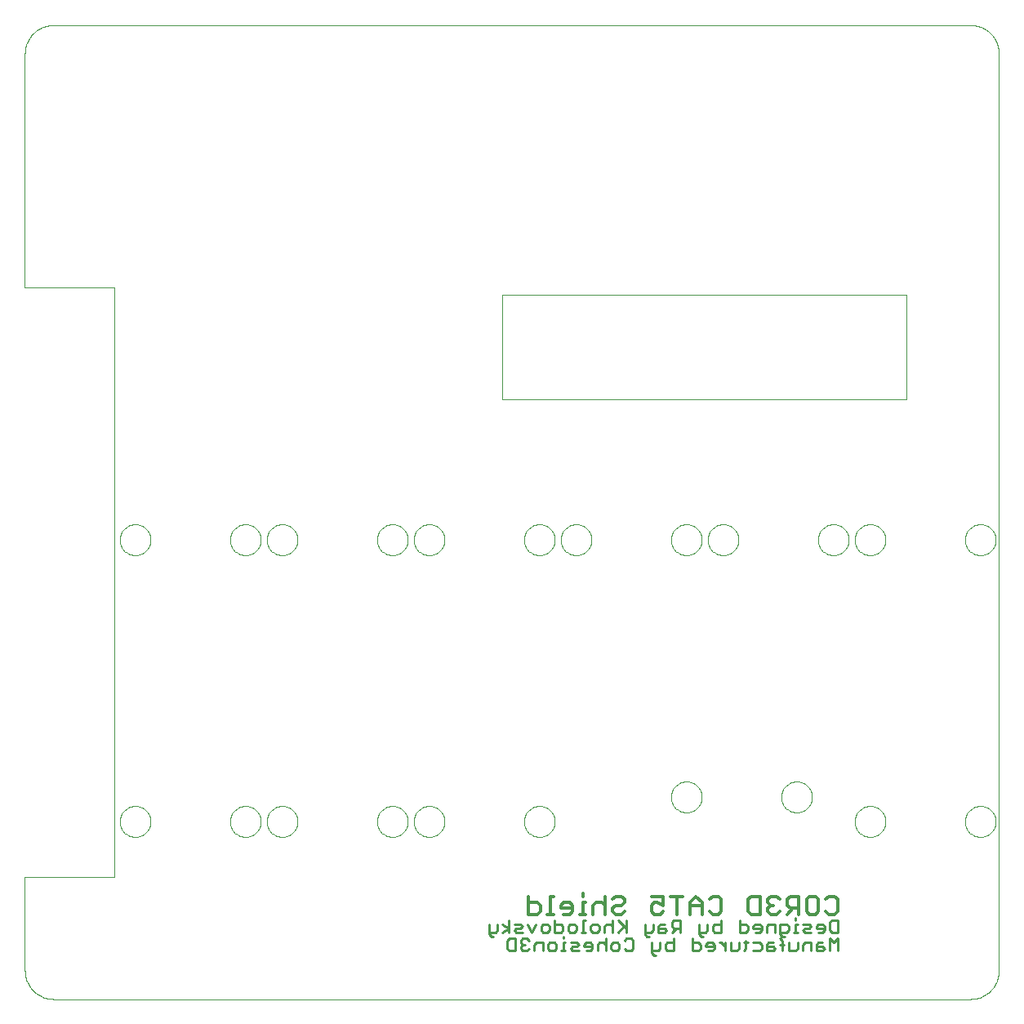
<source format=gbo>
G75*
G70*
%OFA0B0*%
%FSLAX24Y24*%
%IPPOS*%
%LPD*%
%AMOC8*
5,1,8,0,0,1.08239X$1,22.5*
%
%ADD10C,0.0040*%
%ADD11C,0.0090*%
%ADD12C,0.0130*%
%ADD13C,0.0000*%
D10*
X001331Y000169D02*
X038733Y000169D01*
X038799Y000171D01*
X038865Y000176D01*
X038931Y000186D01*
X038996Y000199D01*
X039060Y000215D01*
X039123Y000235D01*
X039185Y000259D01*
X039245Y000286D01*
X039304Y000316D01*
X039361Y000350D01*
X039416Y000387D01*
X039469Y000427D01*
X039520Y000469D01*
X039568Y000515D01*
X039614Y000563D01*
X039656Y000614D01*
X039696Y000667D01*
X039733Y000722D01*
X039767Y000779D01*
X039797Y000838D01*
X039824Y000898D01*
X039848Y000960D01*
X039868Y001023D01*
X039884Y001087D01*
X039897Y001152D01*
X039907Y001218D01*
X039912Y001284D01*
X039914Y001350D01*
X039914Y038751D01*
X039912Y038817D01*
X039907Y038883D01*
X039897Y038949D01*
X039884Y039014D01*
X039868Y039078D01*
X039848Y039141D01*
X039824Y039203D01*
X039797Y039263D01*
X039767Y039322D01*
X039733Y039379D01*
X039696Y039434D01*
X039656Y039487D01*
X039614Y039538D01*
X039568Y039586D01*
X039520Y039632D01*
X039469Y039674D01*
X039416Y039714D01*
X039361Y039751D01*
X039304Y039785D01*
X039245Y039815D01*
X039185Y039842D01*
X039123Y039866D01*
X039060Y039886D01*
X038996Y039902D01*
X038931Y039915D01*
X038865Y039925D01*
X038799Y039930D01*
X038733Y039932D01*
X038733Y039933D02*
X001331Y039933D01*
X001331Y039932D02*
X001265Y039930D01*
X001199Y039925D01*
X001133Y039915D01*
X001068Y039902D01*
X001004Y039886D01*
X000941Y039866D01*
X000879Y039842D01*
X000819Y039815D01*
X000760Y039785D01*
X000703Y039751D01*
X000648Y039714D01*
X000595Y039674D01*
X000544Y039632D01*
X000496Y039586D01*
X000450Y039538D01*
X000408Y039487D01*
X000368Y039434D01*
X000331Y039379D01*
X000297Y039322D01*
X000267Y039263D01*
X000240Y039203D01*
X000216Y039141D01*
X000196Y039078D01*
X000180Y039014D01*
X000167Y038949D01*
X000157Y038883D01*
X000152Y038817D01*
X000150Y038751D01*
X000150Y029205D01*
X003792Y029205D01*
X003792Y005147D01*
X000150Y005147D01*
X000150Y001350D01*
X000152Y001284D01*
X000157Y001218D01*
X000167Y001152D01*
X000180Y001087D01*
X000196Y001023D01*
X000216Y000960D01*
X000240Y000898D01*
X000267Y000838D01*
X000297Y000779D01*
X000331Y000722D01*
X000368Y000667D01*
X000408Y000614D01*
X000450Y000563D01*
X000496Y000515D01*
X000544Y000469D01*
X000595Y000427D01*
X000648Y000387D01*
X000703Y000350D01*
X000760Y000316D01*
X000819Y000286D01*
X000879Y000259D01*
X000941Y000235D01*
X001004Y000215D01*
X001068Y000199D01*
X001133Y000186D01*
X001199Y000176D01*
X001265Y000171D01*
X001331Y000169D01*
X019650Y024669D02*
X036150Y024669D01*
X036150Y028919D01*
X019650Y028919D01*
X019650Y024669D01*
D11*
X019906Y003400D02*
X019906Y002889D01*
X019906Y003060D02*
X019650Y003230D01*
X019445Y003230D02*
X019445Y002975D01*
X019360Y002889D01*
X019105Y002889D01*
X019105Y002804D02*
X019190Y002719D01*
X019275Y002719D01*
X019105Y002804D02*
X019105Y003230D01*
X019650Y002889D02*
X019906Y003060D01*
X020118Y002975D02*
X020203Y003060D01*
X020373Y003060D01*
X020458Y003145D01*
X020373Y003230D01*
X020118Y003230D01*
X020118Y002975D02*
X020203Y002889D01*
X020458Y002889D01*
X020479Y002650D02*
X020394Y002565D01*
X020394Y002480D01*
X020479Y002395D01*
X020394Y002310D01*
X020394Y002225D01*
X020479Y002139D01*
X020649Y002139D01*
X020734Y002225D01*
X020947Y002139D02*
X020947Y002395D01*
X021032Y002480D01*
X021287Y002480D01*
X021287Y002139D01*
X021499Y002225D02*
X021499Y002395D01*
X021584Y002480D01*
X021754Y002480D01*
X021839Y002395D01*
X021839Y002225D01*
X021754Y002139D01*
X021584Y002139D01*
X021499Y002225D01*
X022037Y002139D02*
X022208Y002139D01*
X022123Y002139D02*
X022123Y002480D01*
X022208Y002480D01*
X022123Y002650D02*
X022123Y002735D01*
X022030Y002889D02*
X022116Y002975D01*
X022116Y003145D01*
X022030Y003230D01*
X021775Y003230D01*
X021775Y003400D02*
X021775Y002889D01*
X022030Y002889D01*
X022328Y002975D02*
X022328Y003145D01*
X022413Y003230D01*
X022583Y003230D01*
X022668Y003145D01*
X022668Y002975D01*
X022583Y002889D01*
X022413Y002889D01*
X022328Y002975D01*
X022420Y002480D02*
X022675Y002480D01*
X022760Y002395D01*
X022675Y002310D01*
X022505Y002310D01*
X022420Y002225D01*
X022505Y002139D01*
X022760Y002139D01*
X022972Y002310D02*
X023313Y002310D01*
X023313Y002395D02*
X023227Y002480D01*
X023057Y002480D01*
X022972Y002395D01*
X022972Y002310D01*
X023057Y002139D02*
X023227Y002139D01*
X023313Y002225D01*
X023313Y002395D01*
X023525Y002395D02*
X023610Y002480D01*
X023780Y002480D01*
X023865Y002395D01*
X024077Y002395D02*
X024162Y002480D01*
X024332Y002480D01*
X024417Y002395D01*
X024417Y002225D01*
X024332Y002139D01*
X024162Y002139D01*
X024077Y002225D01*
X024077Y002395D01*
X023865Y002650D02*
X023865Y002139D01*
X023525Y002139D02*
X023525Y002395D01*
X023504Y002889D02*
X023334Y002889D01*
X023248Y002975D01*
X023248Y003145D01*
X023334Y003230D01*
X023504Y003230D01*
X023589Y003145D01*
X023589Y002975D01*
X023504Y002889D01*
X023801Y002889D02*
X023801Y003145D01*
X023886Y003230D01*
X024056Y003230D01*
X024141Y003145D01*
X024141Y003400D02*
X024141Y002889D01*
X024353Y002889D02*
X024609Y003145D01*
X024694Y003060D02*
X024353Y003400D01*
X024694Y003400D02*
X024694Y002889D01*
X024715Y002650D02*
X024885Y002650D01*
X024970Y002565D01*
X024970Y002225D01*
X024885Y002139D01*
X024715Y002139D01*
X024630Y002225D01*
X024630Y002565D02*
X024715Y002650D01*
X025458Y002804D02*
X025458Y003230D01*
X025458Y002889D02*
X025714Y002889D01*
X025799Y002975D01*
X025799Y003230D01*
X026011Y003145D02*
X026096Y003230D01*
X026266Y003230D01*
X026266Y003060D02*
X026011Y003060D01*
X026011Y003145D02*
X026011Y002889D01*
X026266Y002889D01*
X026351Y002975D01*
X026266Y003060D01*
X026563Y003145D02*
X026648Y003060D01*
X026904Y003060D01*
X026733Y003060D02*
X026563Y002889D01*
X026627Y002650D02*
X026627Y002139D01*
X026372Y002139D01*
X026287Y002225D01*
X026287Y002395D01*
X026372Y002480D01*
X026627Y002480D01*
X026904Y002889D02*
X026904Y003400D01*
X026648Y003400D01*
X026563Y003315D01*
X026563Y003145D01*
X026075Y002480D02*
X026075Y002225D01*
X025990Y002139D01*
X025735Y002139D01*
X025735Y002054D02*
X025820Y001969D01*
X025905Y001969D01*
X025735Y002054D02*
X025735Y002480D01*
X025629Y002719D02*
X025543Y002719D01*
X025458Y002804D01*
X027392Y002650D02*
X027392Y002139D01*
X027647Y002139D01*
X027732Y002225D01*
X027732Y002395D01*
X027647Y002480D01*
X027392Y002480D01*
X027668Y002804D02*
X027753Y002719D01*
X027838Y002719D01*
X027668Y002804D02*
X027668Y003230D01*
X028009Y003230D02*
X028009Y002975D01*
X027923Y002889D01*
X027668Y002889D01*
X028030Y002480D02*
X027944Y002395D01*
X027944Y002310D01*
X028285Y002310D01*
X028285Y002395D02*
X028200Y002480D01*
X028030Y002480D01*
X028285Y002395D02*
X028285Y002225D01*
X028200Y002139D01*
X028030Y002139D01*
X028490Y002480D02*
X028575Y002480D01*
X028745Y002310D01*
X028745Y002480D02*
X028745Y002139D01*
X028957Y002139D02*
X028957Y002480D01*
X028957Y002139D02*
X029213Y002139D01*
X029298Y002225D01*
X029298Y002480D01*
X029496Y002480D02*
X029666Y002480D01*
X029581Y002565D02*
X029581Y002225D01*
X029496Y002139D01*
X029878Y002139D02*
X030133Y002139D01*
X030218Y002225D01*
X030218Y002395D01*
X030133Y002480D01*
X029878Y002480D01*
X029963Y002889D02*
X030133Y002889D01*
X030218Y002975D01*
X030218Y003145D01*
X030133Y003230D01*
X029963Y003230D01*
X029878Y003145D01*
X029878Y003060D01*
X030218Y003060D01*
X030431Y003145D02*
X030516Y003230D01*
X030771Y003230D01*
X030771Y002889D01*
X030983Y002889D02*
X031238Y002889D01*
X031323Y002975D01*
X031323Y003145D01*
X031238Y003230D01*
X030983Y003230D01*
X030983Y002804D01*
X031068Y002719D01*
X031153Y002719D01*
X031054Y002565D02*
X030969Y002650D01*
X031054Y002565D02*
X031054Y002139D01*
X031139Y002395D02*
X030969Y002395D01*
X030771Y002225D02*
X030686Y002310D01*
X030431Y002310D01*
X030431Y002395D02*
X030431Y002139D01*
X030686Y002139D01*
X030771Y002225D01*
X030686Y002480D02*
X030516Y002480D01*
X030431Y002395D01*
X030431Y002889D02*
X030431Y003145D01*
X029666Y003145D02*
X029581Y003230D01*
X029326Y003230D01*
X029326Y003400D02*
X029326Y002889D01*
X029581Y002889D01*
X029666Y002975D01*
X029666Y003145D01*
X028561Y003230D02*
X028306Y003230D01*
X028221Y003145D01*
X028221Y002975D01*
X028306Y002889D01*
X028561Y002889D01*
X028561Y003400D01*
X031351Y002480D02*
X031351Y002139D01*
X031607Y002139D01*
X031692Y002225D01*
X031692Y002480D01*
X031904Y002395D02*
X031904Y002139D01*
X031904Y002395D02*
X031989Y002480D01*
X032244Y002480D01*
X032244Y002139D01*
X032456Y002139D02*
X032712Y002139D01*
X032797Y002225D01*
X032712Y002310D01*
X032456Y002310D01*
X032456Y002395D02*
X032456Y002139D01*
X032456Y002395D02*
X032541Y002480D01*
X032712Y002480D01*
X033009Y002650D02*
X033009Y002139D01*
X033349Y002139D02*
X033349Y002650D01*
X033179Y002480D01*
X033009Y002650D01*
X033094Y002889D02*
X033009Y002975D01*
X033009Y003315D01*
X033094Y003400D01*
X033349Y003400D01*
X033349Y002889D01*
X033094Y002889D01*
X032797Y002975D02*
X032797Y003145D01*
X032712Y003230D01*
X032541Y003230D01*
X032456Y003145D01*
X032456Y003060D01*
X032797Y003060D01*
X032797Y002975D02*
X032712Y002889D01*
X032541Y002889D01*
X032244Y002889D02*
X031989Y002889D01*
X031904Y002975D01*
X031989Y003060D01*
X032159Y003060D01*
X032244Y003145D01*
X032159Y003230D01*
X031904Y003230D01*
X031692Y003230D02*
X031607Y003230D01*
X031607Y002889D01*
X031692Y002889D02*
X031522Y002889D01*
X031607Y003400D02*
X031607Y003485D01*
X023036Y003400D02*
X022951Y003400D01*
X022951Y002889D01*
X023036Y002889D02*
X022866Y002889D01*
X021563Y002975D02*
X021478Y002889D01*
X021308Y002889D01*
X021223Y002975D01*
X021223Y003145D01*
X021308Y003230D01*
X021478Y003230D01*
X021563Y003145D01*
X021563Y002975D01*
X021011Y003230D02*
X020840Y002889D01*
X020670Y003230D01*
X020649Y002650D02*
X020479Y002650D01*
X020649Y002650D02*
X020734Y002565D01*
X020564Y002395D02*
X020479Y002395D01*
X020182Y002650D02*
X020182Y002139D01*
X019927Y002139D01*
X019842Y002225D01*
X019842Y002565D01*
X019927Y002650D01*
X020182Y002650D01*
D12*
X020706Y003634D02*
X021071Y003634D01*
X021193Y003756D01*
X021193Y003999D01*
X021071Y004121D01*
X020706Y004121D01*
X020706Y004364D02*
X020706Y003634D01*
X021477Y003634D02*
X021721Y003634D01*
X021599Y003634D02*
X021599Y004364D01*
X021721Y004364D01*
X022026Y003999D02*
X022026Y003877D01*
X022513Y003877D01*
X022513Y003756D02*
X022513Y003999D01*
X022391Y004121D01*
X022147Y004121D01*
X022026Y003999D01*
X022147Y003634D02*
X022391Y003634D01*
X022513Y003756D01*
X022797Y003634D02*
X023041Y003634D01*
X022919Y003634D02*
X022919Y004121D01*
X023041Y004121D01*
X022919Y004364D02*
X022919Y004486D01*
X023345Y003999D02*
X023345Y003634D01*
X023345Y003999D02*
X023467Y004121D01*
X023711Y004121D01*
X023832Y003999D01*
X024137Y003877D02*
X024137Y003756D01*
X024259Y003634D01*
X024503Y003634D01*
X024624Y003756D01*
X024503Y003999D02*
X024624Y004121D01*
X024624Y004243D01*
X024503Y004364D01*
X024259Y004364D01*
X024137Y004243D01*
X024259Y003999D02*
X024137Y003877D01*
X024259Y003999D02*
X024503Y003999D01*
X023832Y004364D02*
X023832Y003634D01*
X025721Y003756D02*
X025843Y003634D01*
X026086Y003634D01*
X026208Y003756D01*
X026208Y003999D02*
X025965Y004121D01*
X025843Y004121D01*
X025721Y003999D01*
X025721Y003756D01*
X025721Y004364D02*
X026208Y004364D01*
X026208Y003999D01*
X026513Y004364D02*
X027000Y004364D01*
X026756Y004364D02*
X026756Y003634D01*
X027305Y003634D02*
X027305Y004121D01*
X027548Y004364D01*
X027792Y004121D01*
X027792Y003634D01*
X028097Y003756D02*
X028218Y003634D01*
X028462Y003634D01*
X028584Y003756D01*
X028584Y004243D01*
X028462Y004364D01*
X028218Y004364D01*
X028097Y004243D01*
X027792Y003999D02*
X027305Y003999D01*
X029680Y003756D02*
X029680Y004243D01*
X029802Y004364D01*
X030167Y004364D01*
X030167Y003634D01*
X029802Y003634D01*
X029680Y003756D01*
X030472Y003756D02*
X030594Y003634D01*
X030838Y003634D01*
X030959Y003756D01*
X031264Y003634D02*
X031508Y003877D01*
X031386Y003877D02*
X031751Y003877D01*
X031751Y003634D02*
X031751Y004364D01*
X031386Y004364D01*
X031264Y004243D01*
X031264Y003999D01*
X031386Y003877D01*
X030959Y004243D02*
X030838Y004364D01*
X030594Y004364D01*
X030472Y004243D01*
X030472Y004121D01*
X030594Y003999D01*
X030472Y003877D01*
X030472Y003756D01*
X030594Y003999D02*
X030716Y003999D01*
X032056Y003756D02*
X032056Y004243D01*
X032178Y004364D01*
X032421Y004364D01*
X032543Y004243D01*
X032543Y003756D01*
X032421Y003634D01*
X032178Y003634D01*
X032056Y003756D01*
X032848Y003756D02*
X032970Y003634D01*
X033213Y003634D01*
X033335Y003756D01*
X033335Y004243D01*
X033213Y004364D01*
X032970Y004364D01*
X032848Y004243D01*
D13*
X034020Y007419D02*
X034022Y007469D01*
X034028Y007519D01*
X034038Y007568D01*
X034052Y007616D01*
X034069Y007663D01*
X034090Y007708D01*
X034115Y007752D01*
X034143Y007793D01*
X034175Y007832D01*
X034209Y007869D01*
X034246Y007903D01*
X034286Y007933D01*
X034328Y007960D01*
X034372Y007984D01*
X034418Y008005D01*
X034465Y008021D01*
X034513Y008034D01*
X034563Y008043D01*
X034612Y008048D01*
X034663Y008049D01*
X034713Y008046D01*
X034762Y008039D01*
X034811Y008028D01*
X034859Y008013D01*
X034905Y007995D01*
X034950Y007973D01*
X034993Y007947D01*
X035034Y007918D01*
X035073Y007886D01*
X035109Y007851D01*
X035141Y007813D01*
X035171Y007773D01*
X035198Y007730D01*
X035221Y007686D01*
X035240Y007640D01*
X035256Y007592D01*
X035268Y007543D01*
X035276Y007494D01*
X035280Y007444D01*
X035280Y007394D01*
X035276Y007344D01*
X035268Y007295D01*
X035256Y007246D01*
X035240Y007198D01*
X035221Y007152D01*
X035198Y007108D01*
X035171Y007065D01*
X035141Y007025D01*
X035109Y006987D01*
X035073Y006952D01*
X035034Y006920D01*
X034993Y006891D01*
X034950Y006865D01*
X034905Y006843D01*
X034859Y006825D01*
X034811Y006810D01*
X034762Y006799D01*
X034713Y006792D01*
X034663Y006789D01*
X034612Y006790D01*
X034563Y006795D01*
X034513Y006804D01*
X034465Y006817D01*
X034418Y006833D01*
X034372Y006854D01*
X034328Y006878D01*
X034286Y006905D01*
X034246Y006935D01*
X034209Y006969D01*
X034175Y007006D01*
X034143Y007045D01*
X034115Y007086D01*
X034090Y007130D01*
X034069Y007175D01*
X034052Y007222D01*
X034038Y007270D01*
X034028Y007319D01*
X034022Y007369D01*
X034020Y007419D01*
X031020Y008419D02*
X031022Y008469D01*
X031028Y008519D01*
X031038Y008568D01*
X031052Y008616D01*
X031069Y008663D01*
X031090Y008708D01*
X031115Y008752D01*
X031143Y008793D01*
X031175Y008832D01*
X031209Y008869D01*
X031246Y008903D01*
X031286Y008933D01*
X031328Y008960D01*
X031372Y008984D01*
X031418Y009005D01*
X031465Y009021D01*
X031513Y009034D01*
X031563Y009043D01*
X031612Y009048D01*
X031663Y009049D01*
X031713Y009046D01*
X031762Y009039D01*
X031811Y009028D01*
X031859Y009013D01*
X031905Y008995D01*
X031950Y008973D01*
X031993Y008947D01*
X032034Y008918D01*
X032073Y008886D01*
X032109Y008851D01*
X032141Y008813D01*
X032171Y008773D01*
X032198Y008730D01*
X032221Y008686D01*
X032240Y008640D01*
X032256Y008592D01*
X032268Y008543D01*
X032276Y008494D01*
X032280Y008444D01*
X032280Y008394D01*
X032276Y008344D01*
X032268Y008295D01*
X032256Y008246D01*
X032240Y008198D01*
X032221Y008152D01*
X032198Y008108D01*
X032171Y008065D01*
X032141Y008025D01*
X032109Y007987D01*
X032073Y007952D01*
X032034Y007920D01*
X031993Y007891D01*
X031950Y007865D01*
X031905Y007843D01*
X031859Y007825D01*
X031811Y007810D01*
X031762Y007799D01*
X031713Y007792D01*
X031663Y007789D01*
X031612Y007790D01*
X031563Y007795D01*
X031513Y007804D01*
X031465Y007817D01*
X031418Y007833D01*
X031372Y007854D01*
X031328Y007878D01*
X031286Y007905D01*
X031246Y007935D01*
X031209Y007969D01*
X031175Y008006D01*
X031143Y008045D01*
X031115Y008086D01*
X031090Y008130D01*
X031069Y008175D01*
X031052Y008222D01*
X031038Y008270D01*
X031028Y008319D01*
X031022Y008369D01*
X031020Y008419D01*
X026520Y008419D02*
X026522Y008469D01*
X026528Y008519D01*
X026538Y008568D01*
X026552Y008616D01*
X026569Y008663D01*
X026590Y008708D01*
X026615Y008752D01*
X026643Y008793D01*
X026675Y008832D01*
X026709Y008869D01*
X026746Y008903D01*
X026786Y008933D01*
X026828Y008960D01*
X026872Y008984D01*
X026918Y009005D01*
X026965Y009021D01*
X027013Y009034D01*
X027063Y009043D01*
X027112Y009048D01*
X027163Y009049D01*
X027213Y009046D01*
X027262Y009039D01*
X027311Y009028D01*
X027359Y009013D01*
X027405Y008995D01*
X027450Y008973D01*
X027493Y008947D01*
X027534Y008918D01*
X027573Y008886D01*
X027609Y008851D01*
X027641Y008813D01*
X027671Y008773D01*
X027698Y008730D01*
X027721Y008686D01*
X027740Y008640D01*
X027756Y008592D01*
X027768Y008543D01*
X027776Y008494D01*
X027780Y008444D01*
X027780Y008394D01*
X027776Y008344D01*
X027768Y008295D01*
X027756Y008246D01*
X027740Y008198D01*
X027721Y008152D01*
X027698Y008108D01*
X027671Y008065D01*
X027641Y008025D01*
X027609Y007987D01*
X027573Y007952D01*
X027534Y007920D01*
X027493Y007891D01*
X027450Y007865D01*
X027405Y007843D01*
X027359Y007825D01*
X027311Y007810D01*
X027262Y007799D01*
X027213Y007792D01*
X027163Y007789D01*
X027112Y007790D01*
X027063Y007795D01*
X027013Y007804D01*
X026965Y007817D01*
X026918Y007833D01*
X026872Y007854D01*
X026828Y007878D01*
X026786Y007905D01*
X026746Y007935D01*
X026709Y007969D01*
X026675Y008006D01*
X026643Y008045D01*
X026615Y008086D01*
X026590Y008130D01*
X026569Y008175D01*
X026552Y008222D01*
X026538Y008270D01*
X026528Y008319D01*
X026522Y008369D01*
X026520Y008419D01*
X020520Y007419D02*
X020522Y007469D01*
X020528Y007519D01*
X020538Y007568D01*
X020552Y007616D01*
X020569Y007663D01*
X020590Y007708D01*
X020615Y007752D01*
X020643Y007793D01*
X020675Y007832D01*
X020709Y007869D01*
X020746Y007903D01*
X020786Y007933D01*
X020828Y007960D01*
X020872Y007984D01*
X020918Y008005D01*
X020965Y008021D01*
X021013Y008034D01*
X021063Y008043D01*
X021112Y008048D01*
X021163Y008049D01*
X021213Y008046D01*
X021262Y008039D01*
X021311Y008028D01*
X021359Y008013D01*
X021405Y007995D01*
X021450Y007973D01*
X021493Y007947D01*
X021534Y007918D01*
X021573Y007886D01*
X021609Y007851D01*
X021641Y007813D01*
X021671Y007773D01*
X021698Y007730D01*
X021721Y007686D01*
X021740Y007640D01*
X021756Y007592D01*
X021768Y007543D01*
X021776Y007494D01*
X021780Y007444D01*
X021780Y007394D01*
X021776Y007344D01*
X021768Y007295D01*
X021756Y007246D01*
X021740Y007198D01*
X021721Y007152D01*
X021698Y007108D01*
X021671Y007065D01*
X021641Y007025D01*
X021609Y006987D01*
X021573Y006952D01*
X021534Y006920D01*
X021493Y006891D01*
X021450Y006865D01*
X021405Y006843D01*
X021359Y006825D01*
X021311Y006810D01*
X021262Y006799D01*
X021213Y006792D01*
X021163Y006789D01*
X021112Y006790D01*
X021063Y006795D01*
X021013Y006804D01*
X020965Y006817D01*
X020918Y006833D01*
X020872Y006854D01*
X020828Y006878D01*
X020786Y006905D01*
X020746Y006935D01*
X020709Y006969D01*
X020675Y007006D01*
X020643Y007045D01*
X020615Y007086D01*
X020590Y007130D01*
X020569Y007175D01*
X020552Y007222D01*
X020538Y007270D01*
X020528Y007319D01*
X020522Y007369D01*
X020520Y007419D01*
X016020Y007419D02*
X016022Y007469D01*
X016028Y007519D01*
X016038Y007568D01*
X016052Y007616D01*
X016069Y007663D01*
X016090Y007708D01*
X016115Y007752D01*
X016143Y007793D01*
X016175Y007832D01*
X016209Y007869D01*
X016246Y007903D01*
X016286Y007933D01*
X016328Y007960D01*
X016372Y007984D01*
X016418Y008005D01*
X016465Y008021D01*
X016513Y008034D01*
X016563Y008043D01*
X016612Y008048D01*
X016663Y008049D01*
X016713Y008046D01*
X016762Y008039D01*
X016811Y008028D01*
X016859Y008013D01*
X016905Y007995D01*
X016950Y007973D01*
X016993Y007947D01*
X017034Y007918D01*
X017073Y007886D01*
X017109Y007851D01*
X017141Y007813D01*
X017171Y007773D01*
X017198Y007730D01*
X017221Y007686D01*
X017240Y007640D01*
X017256Y007592D01*
X017268Y007543D01*
X017276Y007494D01*
X017280Y007444D01*
X017280Y007394D01*
X017276Y007344D01*
X017268Y007295D01*
X017256Y007246D01*
X017240Y007198D01*
X017221Y007152D01*
X017198Y007108D01*
X017171Y007065D01*
X017141Y007025D01*
X017109Y006987D01*
X017073Y006952D01*
X017034Y006920D01*
X016993Y006891D01*
X016950Y006865D01*
X016905Y006843D01*
X016859Y006825D01*
X016811Y006810D01*
X016762Y006799D01*
X016713Y006792D01*
X016663Y006789D01*
X016612Y006790D01*
X016563Y006795D01*
X016513Y006804D01*
X016465Y006817D01*
X016418Y006833D01*
X016372Y006854D01*
X016328Y006878D01*
X016286Y006905D01*
X016246Y006935D01*
X016209Y006969D01*
X016175Y007006D01*
X016143Y007045D01*
X016115Y007086D01*
X016090Y007130D01*
X016069Y007175D01*
X016052Y007222D01*
X016038Y007270D01*
X016028Y007319D01*
X016022Y007369D01*
X016020Y007419D01*
X014520Y007419D02*
X014522Y007469D01*
X014528Y007519D01*
X014538Y007568D01*
X014552Y007616D01*
X014569Y007663D01*
X014590Y007708D01*
X014615Y007752D01*
X014643Y007793D01*
X014675Y007832D01*
X014709Y007869D01*
X014746Y007903D01*
X014786Y007933D01*
X014828Y007960D01*
X014872Y007984D01*
X014918Y008005D01*
X014965Y008021D01*
X015013Y008034D01*
X015063Y008043D01*
X015112Y008048D01*
X015163Y008049D01*
X015213Y008046D01*
X015262Y008039D01*
X015311Y008028D01*
X015359Y008013D01*
X015405Y007995D01*
X015450Y007973D01*
X015493Y007947D01*
X015534Y007918D01*
X015573Y007886D01*
X015609Y007851D01*
X015641Y007813D01*
X015671Y007773D01*
X015698Y007730D01*
X015721Y007686D01*
X015740Y007640D01*
X015756Y007592D01*
X015768Y007543D01*
X015776Y007494D01*
X015780Y007444D01*
X015780Y007394D01*
X015776Y007344D01*
X015768Y007295D01*
X015756Y007246D01*
X015740Y007198D01*
X015721Y007152D01*
X015698Y007108D01*
X015671Y007065D01*
X015641Y007025D01*
X015609Y006987D01*
X015573Y006952D01*
X015534Y006920D01*
X015493Y006891D01*
X015450Y006865D01*
X015405Y006843D01*
X015359Y006825D01*
X015311Y006810D01*
X015262Y006799D01*
X015213Y006792D01*
X015163Y006789D01*
X015112Y006790D01*
X015063Y006795D01*
X015013Y006804D01*
X014965Y006817D01*
X014918Y006833D01*
X014872Y006854D01*
X014828Y006878D01*
X014786Y006905D01*
X014746Y006935D01*
X014709Y006969D01*
X014675Y007006D01*
X014643Y007045D01*
X014615Y007086D01*
X014590Y007130D01*
X014569Y007175D01*
X014552Y007222D01*
X014538Y007270D01*
X014528Y007319D01*
X014522Y007369D01*
X014520Y007419D01*
X010020Y007419D02*
X010022Y007469D01*
X010028Y007519D01*
X010038Y007568D01*
X010052Y007616D01*
X010069Y007663D01*
X010090Y007708D01*
X010115Y007752D01*
X010143Y007793D01*
X010175Y007832D01*
X010209Y007869D01*
X010246Y007903D01*
X010286Y007933D01*
X010328Y007960D01*
X010372Y007984D01*
X010418Y008005D01*
X010465Y008021D01*
X010513Y008034D01*
X010563Y008043D01*
X010612Y008048D01*
X010663Y008049D01*
X010713Y008046D01*
X010762Y008039D01*
X010811Y008028D01*
X010859Y008013D01*
X010905Y007995D01*
X010950Y007973D01*
X010993Y007947D01*
X011034Y007918D01*
X011073Y007886D01*
X011109Y007851D01*
X011141Y007813D01*
X011171Y007773D01*
X011198Y007730D01*
X011221Y007686D01*
X011240Y007640D01*
X011256Y007592D01*
X011268Y007543D01*
X011276Y007494D01*
X011280Y007444D01*
X011280Y007394D01*
X011276Y007344D01*
X011268Y007295D01*
X011256Y007246D01*
X011240Y007198D01*
X011221Y007152D01*
X011198Y007108D01*
X011171Y007065D01*
X011141Y007025D01*
X011109Y006987D01*
X011073Y006952D01*
X011034Y006920D01*
X010993Y006891D01*
X010950Y006865D01*
X010905Y006843D01*
X010859Y006825D01*
X010811Y006810D01*
X010762Y006799D01*
X010713Y006792D01*
X010663Y006789D01*
X010612Y006790D01*
X010563Y006795D01*
X010513Y006804D01*
X010465Y006817D01*
X010418Y006833D01*
X010372Y006854D01*
X010328Y006878D01*
X010286Y006905D01*
X010246Y006935D01*
X010209Y006969D01*
X010175Y007006D01*
X010143Y007045D01*
X010115Y007086D01*
X010090Y007130D01*
X010069Y007175D01*
X010052Y007222D01*
X010038Y007270D01*
X010028Y007319D01*
X010022Y007369D01*
X010020Y007419D01*
X008520Y007419D02*
X008522Y007469D01*
X008528Y007519D01*
X008538Y007568D01*
X008552Y007616D01*
X008569Y007663D01*
X008590Y007708D01*
X008615Y007752D01*
X008643Y007793D01*
X008675Y007832D01*
X008709Y007869D01*
X008746Y007903D01*
X008786Y007933D01*
X008828Y007960D01*
X008872Y007984D01*
X008918Y008005D01*
X008965Y008021D01*
X009013Y008034D01*
X009063Y008043D01*
X009112Y008048D01*
X009163Y008049D01*
X009213Y008046D01*
X009262Y008039D01*
X009311Y008028D01*
X009359Y008013D01*
X009405Y007995D01*
X009450Y007973D01*
X009493Y007947D01*
X009534Y007918D01*
X009573Y007886D01*
X009609Y007851D01*
X009641Y007813D01*
X009671Y007773D01*
X009698Y007730D01*
X009721Y007686D01*
X009740Y007640D01*
X009756Y007592D01*
X009768Y007543D01*
X009776Y007494D01*
X009780Y007444D01*
X009780Y007394D01*
X009776Y007344D01*
X009768Y007295D01*
X009756Y007246D01*
X009740Y007198D01*
X009721Y007152D01*
X009698Y007108D01*
X009671Y007065D01*
X009641Y007025D01*
X009609Y006987D01*
X009573Y006952D01*
X009534Y006920D01*
X009493Y006891D01*
X009450Y006865D01*
X009405Y006843D01*
X009359Y006825D01*
X009311Y006810D01*
X009262Y006799D01*
X009213Y006792D01*
X009163Y006789D01*
X009112Y006790D01*
X009063Y006795D01*
X009013Y006804D01*
X008965Y006817D01*
X008918Y006833D01*
X008872Y006854D01*
X008828Y006878D01*
X008786Y006905D01*
X008746Y006935D01*
X008709Y006969D01*
X008675Y007006D01*
X008643Y007045D01*
X008615Y007086D01*
X008590Y007130D01*
X008569Y007175D01*
X008552Y007222D01*
X008538Y007270D01*
X008528Y007319D01*
X008522Y007369D01*
X008520Y007419D01*
X004020Y007419D02*
X004022Y007469D01*
X004028Y007519D01*
X004038Y007568D01*
X004052Y007616D01*
X004069Y007663D01*
X004090Y007708D01*
X004115Y007752D01*
X004143Y007793D01*
X004175Y007832D01*
X004209Y007869D01*
X004246Y007903D01*
X004286Y007933D01*
X004328Y007960D01*
X004372Y007984D01*
X004418Y008005D01*
X004465Y008021D01*
X004513Y008034D01*
X004563Y008043D01*
X004612Y008048D01*
X004663Y008049D01*
X004713Y008046D01*
X004762Y008039D01*
X004811Y008028D01*
X004859Y008013D01*
X004905Y007995D01*
X004950Y007973D01*
X004993Y007947D01*
X005034Y007918D01*
X005073Y007886D01*
X005109Y007851D01*
X005141Y007813D01*
X005171Y007773D01*
X005198Y007730D01*
X005221Y007686D01*
X005240Y007640D01*
X005256Y007592D01*
X005268Y007543D01*
X005276Y007494D01*
X005280Y007444D01*
X005280Y007394D01*
X005276Y007344D01*
X005268Y007295D01*
X005256Y007246D01*
X005240Y007198D01*
X005221Y007152D01*
X005198Y007108D01*
X005171Y007065D01*
X005141Y007025D01*
X005109Y006987D01*
X005073Y006952D01*
X005034Y006920D01*
X004993Y006891D01*
X004950Y006865D01*
X004905Y006843D01*
X004859Y006825D01*
X004811Y006810D01*
X004762Y006799D01*
X004713Y006792D01*
X004663Y006789D01*
X004612Y006790D01*
X004563Y006795D01*
X004513Y006804D01*
X004465Y006817D01*
X004418Y006833D01*
X004372Y006854D01*
X004328Y006878D01*
X004286Y006905D01*
X004246Y006935D01*
X004209Y006969D01*
X004175Y007006D01*
X004143Y007045D01*
X004115Y007086D01*
X004090Y007130D01*
X004069Y007175D01*
X004052Y007222D01*
X004038Y007270D01*
X004028Y007319D01*
X004022Y007369D01*
X004020Y007419D01*
X004020Y018919D02*
X004022Y018969D01*
X004028Y019019D01*
X004038Y019068D01*
X004052Y019116D01*
X004069Y019163D01*
X004090Y019208D01*
X004115Y019252D01*
X004143Y019293D01*
X004175Y019332D01*
X004209Y019369D01*
X004246Y019403D01*
X004286Y019433D01*
X004328Y019460D01*
X004372Y019484D01*
X004418Y019505D01*
X004465Y019521D01*
X004513Y019534D01*
X004563Y019543D01*
X004612Y019548D01*
X004663Y019549D01*
X004713Y019546D01*
X004762Y019539D01*
X004811Y019528D01*
X004859Y019513D01*
X004905Y019495D01*
X004950Y019473D01*
X004993Y019447D01*
X005034Y019418D01*
X005073Y019386D01*
X005109Y019351D01*
X005141Y019313D01*
X005171Y019273D01*
X005198Y019230D01*
X005221Y019186D01*
X005240Y019140D01*
X005256Y019092D01*
X005268Y019043D01*
X005276Y018994D01*
X005280Y018944D01*
X005280Y018894D01*
X005276Y018844D01*
X005268Y018795D01*
X005256Y018746D01*
X005240Y018698D01*
X005221Y018652D01*
X005198Y018608D01*
X005171Y018565D01*
X005141Y018525D01*
X005109Y018487D01*
X005073Y018452D01*
X005034Y018420D01*
X004993Y018391D01*
X004950Y018365D01*
X004905Y018343D01*
X004859Y018325D01*
X004811Y018310D01*
X004762Y018299D01*
X004713Y018292D01*
X004663Y018289D01*
X004612Y018290D01*
X004563Y018295D01*
X004513Y018304D01*
X004465Y018317D01*
X004418Y018333D01*
X004372Y018354D01*
X004328Y018378D01*
X004286Y018405D01*
X004246Y018435D01*
X004209Y018469D01*
X004175Y018506D01*
X004143Y018545D01*
X004115Y018586D01*
X004090Y018630D01*
X004069Y018675D01*
X004052Y018722D01*
X004038Y018770D01*
X004028Y018819D01*
X004022Y018869D01*
X004020Y018919D01*
X008520Y018919D02*
X008522Y018969D01*
X008528Y019019D01*
X008538Y019068D01*
X008552Y019116D01*
X008569Y019163D01*
X008590Y019208D01*
X008615Y019252D01*
X008643Y019293D01*
X008675Y019332D01*
X008709Y019369D01*
X008746Y019403D01*
X008786Y019433D01*
X008828Y019460D01*
X008872Y019484D01*
X008918Y019505D01*
X008965Y019521D01*
X009013Y019534D01*
X009063Y019543D01*
X009112Y019548D01*
X009163Y019549D01*
X009213Y019546D01*
X009262Y019539D01*
X009311Y019528D01*
X009359Y019513D01*
X009405Y019495D01*
X009450Y019473D01*
X009493Y019447D01*
X009534Y019418D01*
X009573Y019386D01*
X009609Y019351D01*
X009641Y019313D01*
X009671Y019273D01*
X009698Y019230D01*
X009721Y019186D01*
X009740Y019140D01*
X009756Y019092D01*
X009768Y019043D01*
X009776Y018994D01*
X009780Y018944D01*
X009780Y018894D01*
X009776Y018844D01*
X009768Y018795D01*
X009756Y018746D01*
X009740Y018698D01*
X009721Y018652D01*
X009698Y018608D01*
X009671Y018565D01*
X009641Y018525D01*
X009609Y018487D01*
X009573Y018452D01*
X009534Y018420D01*
X009493Y018391D01*
X009450Y018365D01*
X009405Y018343D01*
X009359Y018325D01*
X009311Y018310D01*
X009262Y018299D01*
X009213Y018292D01*
X009163Y018289D01*
X009112Y018290D01*
X009063Y018295D01*
X009013Y018304D01*
X008965Y018317D01*
X008918Y018333D01*
X008872Y018354D01*
X008828Y018378D01*
X008786Y018405D01*
X008746Y018435D01*
X008709Y018469D01*
X008675Y018506D01*
X008643Y018545D01*
X008615Y018586D01*
X008590Y018630D01*
X008569Y018675D01*
X008552Y018722D01*
X008538Y018770D01*
X008528Y018819D01*
X008522Y018869D01*
X008520Y018919D01*
X010020Y018919D02*
X010022Y018969D01*
X010028Y019019D01*
X010038Y019068D01*
X010052Y019116D01*
X010069Y019163D01*
X010090Y019208D01*
X010115Y019252D01*
X010143Y019293D01*
X010175Y019332D01*
X010209Y019369D01*
X010246Y019403D01*
X010286Y019433D01*
X010328Y019460D01*
X010372Y019484D01*
X010418Y019505D01*
X010465Y019521D01*
X010513Y019534D01*
X010563Y019543D01*
X010612Y019548D01*
X010663Y019549D01*
X010713Y019546D01*
X010762Y019539D01*
X010811Y019528D01*
X010859Y019513D01*
X010905Y019495D01*
X010950Y019473D01*
X010993Y019447D01*
X011034Y019418D01*
X011073Y019386D01*
X011109Y019351D01*
X011141Y019313D01*
X011171Y019273D01*
X011198Y019230D01*
X011221Y019186D01*
X011240Y019140D01*
X011256Y019092D01*
X011268Y019043D01*
X011276Y018994D01*
X011280Y018944D01*
X011280Y018894D01*
X011276Y018844D01*
X011268Y018795D01*
X011256Y018746D01*
X011240Y018698D01*
X011221Y018652D01*
X011198Y018608D01*
X011171Y018565D01*
X011141Y018525D01*
X011109Y018487D01*
X011073Y018452D01*
X011034Y018420D01*
X010993Y018391D01*
X010950Y018365D01*
X010905Y018343D01*
X010859Y018325D01*
X010811Y018310D01*
X010762Y018299D01*
X010713Y018292D01*
X010663Y018289D01*
X010612Y018290D01*
X010563Y018295D01*
X010513Y018304D01*
X010465Y018317D01*
X010418Y018333D01*
X010372Y018354D01*
X010328Y018378D01*
X010286Y018405D01*
X010246Y018435D01*
X010209Y018469D01*
X010175Y018506D01*
X010143Y018545D01*
X010115Y018586D01*
X010090Y018630D01*
X010069Y018675D01*
X010052Y018722D01*
X010038Y018770D01*
X010028Y018819D01*
X010022Y018869D01*
X010020Y018919D01*
X014520Y018919D02*
X014522Y018969D01*
X014528Y019019D01*
X014538Y019068D01*
X014552Y019116D01*
X014569Y019163D01*
X014590Y019208D01*
X014615Y019252D01*
X014643Y019293D01*
X014675Y019332D01*
X014709Y019369D01*
X014746Y019403D01*
X014786Y019433D01*
X014828Y019460D01*
X014872Y019484D01*
X014918Y019505D01*
X014965Y019521D01*
X015013Y019534D01*
X015063Y019543D01*
X015112Y019548D01*
X015163Y019549D01*
X015213Y019546D01*
X015262Y019539D01*
X015311Y019528D01*
X015359Y019513D01*
X015405Y019495D01*
X015450Y019473D01*
X015493Y019447D01*
X015534Y019418D01*
X015573Y019386D01*
X015609Y019351D01*
X015641Y019313D01*
X015671Y019273D01*
X015698Y019230D01*
X015721Y019186D01*
X015740Y019140D01*
X015756Y019092D01*
X015768Y019043D01*
X015776Y018994D01*
X015780Y018944D01*
X015780Y018894D01*
X015776Y018844D01*
X015768Y018795D01*
X015756Y018746D01*
X015740Y018698D01*
X015721Y018652D01*
X015698Y018608D01*
X015671Y018565D01*
X015641Y018525D01*
X015609Y018487D01*
X015573Y018452D01*
X015534Y018420D01*
X015493Y018391D01*
X015450Y018365D01*
X015405Y018343D01*
X015359Y018325D01*
X015311Y018310D01*
X015262Y018299D01*
X015213Y018292D01*
X015163Y018289D01*
X015112Y018290D01*
X015063Y018295D01*
X015013Y018304D01*
X014965Y018317D01*
X014918Y018333D01*
X014872Y018354D01*
X014828Y018378D01*
X014786Y018405D01*
X014746Y018435D01*
X014709Y018469D01*
X014675Y018506D01*
X014643Y018545D01*
X014615Y018586D01*
X014590Y018630D01*
X014569Y018675D01*
X014552Y018722D01*
X014538Y018770D01*
X014528Y018819D01*
X014522Y018869D01*
X014520Y018919D01*
X016020Y018919D02*
X016022Y018969D01*
X016028Y019019D01*
X016038Y019068D01*
X016052Y019116D01*
X016069Y019163D01*
X016090Y019208D01*
X016115Y019252D01*
X016143Y019293D01*
X016175Y019332D01*
X016209Y019369D01*
X016246Y019403D01*
X016286Y019433D01*
X016328Y019460D01*
X016372Y019484D01*
X016418Y019505D01*
X016465Y019521D01*
X016513Y019534D01*
X016563Y019543D01*
X016612Y019548D01*
X016663Y019549D01*
X016713Y019546D01*
X016762Y019539D01*
X016811Y019528D01*
X016859Y019513D01*
X016905Y019495D01*
X016950Y019473D01*
X016993Y019447D01*
X017034Y019418D01*
X017073Y019386D01*
X017109Y019351D01*
X017141Y019313D01*
X017171Y019273D01*
X017198Y019230D01*
X017221Y019186D01*
X017240Y019140D01*
X017256Y019092D01*
X017268Y019043D01*
X017276Y018994D01*
X017280Y018944D01*
X017280Y018894D01*
X017276Y018844D01*
X017268Y018795D01*
X017256Y018746D01*
X017240Y018698D01*
X017221Y018652D01*
X017198Y018608D01*
X017171Y018565D01*
X017141Y018525D01*
X017109Y018487D01*
X017073Y018452D01*
X017034Y018420D01*
X016993Y018391D01*
X016950Y018365D01*
X016905Y018343D01*
X016859Y018325D01*
X016811Y018310D01*
X016762Y018299D01*
X016713Y018292D01*
X016663Y018289D01*
X016612Y018290D01*
X016563Y018295D01*
X016513Y018304D01*
X016465Y018317D01*
X016418Y018333D01*
X016372Y018354D01*
X016328Y018378D01*
X016286Y018405D01*
X016246Y018435D01*
X016209Y018469D01*
X016175Y018506D01*
X016143Y018545D01*
X016115Y018586D01*
X016090Y018630D01*
X016069Y018675D01*
X016052Y018722D01*
X016038Y018770D01*
X016028Y018819D01*
X016022Y018869D01*
X016020Y018919D01*
X020520Y018919D02*
X020522Y018969D01*
X020528Y019019D01*
X020538Y019068D01*
X020552Y019116D01*
X020569Y019163D01*
X020590Y019208D01*
X020615Y019252D01*
X020643Y019293D01*
X020675Y019332D01*
X020709Y019369D01*
X020746Y019403D01*
X020786Y019433D01*
X020828Y019460D01*
X020872Y019484D01*
X020918Y019505D01*
X020965Y019521D01*
X021013Y019534D01*
X021063Y019543D01*
X021112Y019548D01*
X021163Y019549D01*
X021213Y019546D01*
X021262Y019539D01*
X021311Y019528D01*
X021359Y019513D01*
X021405Y019495D01*
X021450Y019473D01*
X021493Y019447D01*
X021534Y019418D01*
X021573Y019386D01*
X021609Y019351D01*
X021641Y019313D01*
X021671Y019273D01*
X021698Y019230D01*
X021721Y019186D01*
X021740Y019140D01*
X021756Y019092D01*
X021768Y019043D01*
X021776Y018994D01*
X021780Y018944D01*
X021780Y018894D01*
X021776Y018844D01*
X021768Y018795D01*
X021756Y018746D01*
X021740Y018698D01*
X021721Y018652D01*
X021698Y018608D01*
X021671Y018565D01*
X021641Y018525D01*
X021609Y018487D01*
X021573Y018452D01*
X021534Y018420D01*
X021493Y018391D01*
X021450Y018365D01*
X021405Y018343D01*
X021359Y018325D01*
X021311Y018310D01*
X021262Y018299D01*
X021213Y018292D01*
X021163Y018289D01*
X021112Y018290D01*
X021063Y018295D01*
X021013Y018304D01*
X020965Y018317D01*
X020918Y018333D01*
X020872Y018354D01*
X020828Y018378D01*
X020786Y018405D01*
X020746Y018435D01*
X020709Y018469D01*
X020675Y018506D01*
X020643Y018545D01*
X020615Y018586D01*
X020590Y018630D01*
X020569Y018675D01*
X020552Y018722D01*
X020538Y018770D01*
X020528Y018819D01*
X020522Y018869D01*
X020520Y018919D01*
X022020Y018919D02*
X022022Y018969D01*
X022028Y019019D01*
X022038Y019068D01*
X022052Y019116D01*
X022069Y019163D01*
X022090Y019208D01*
X022115Y019252D01*
X022143Y019293D01*
X022175Y019332D01*
X022209Y019369D01*
X022246Y019403D01*
X022286Y019433D01*
X022328Y019460D01*
X022372Y019484D01*
X022418Y019505D01*
X022465Y019521D01*
X022513Y019534D01*
X022563Y019543D01*
X022612Y019548D01*
X022663Y019549D01*
X022713Y019546D01*
X022762Y019539D01*
X022811Y019528D01*
X022859Y019513D01*
X022905Y019495D01*
X022950Y019473D01*
X022993Y019447D01*
X023034Y019418D01*
X023073Y019386D01*
X023109Y019351D01*
X023141Y019313D01*
X023171Y019273D01*
X023198Y019230D01*
X023221Y019186D01*
X023240Y019140D01*
X023256Y019092D01*
X023268Y019043D01*
X023276Y018994D01*
X023280Y018944D01*
X023280Y018894D01*
X023276Y018844D01*
X023268Y018795D01*
X023256Y018746D01*
X023240Y018698D01*
X023221Y018652D01*
X023198Y018608D01*
X023171Y018565D01*
X023141Y018525D01*
X023109Y018487D01*
X023073Y018452D01*
X023034Y018420D01*
X022993Y018391D01*
X022950Y018365D01*
X022905Y018343D01*
X022859Y018325D01*
X022811Y018310D01*
X022762Y018299D01*
X022713Y018292D01*
X022663Y018289D01*
X022612Y018290D01*
X022563Y018295D01*
X022513Y018304D01*
X022465Y018317D01*
X022418Y018333D01*
X022372Y018354D01*
X022328Y018378D01*
X022286Y018405D01*
X022246Y018435D01*
X022209Y018469D01*
X022175Y018506D01*
X022143Y018545D01*
X022115Y018586D01*
X022090Y018630D01*
X022069Y018675D01*
X022052Y018722D01*
X022038Y018770D01*
X022028Y018819D01*
X022022Y018869D01*
X022020Y018919D01*
X026520Y018919D02*
X026522Y018969D01*
X026528Y019019D01*
X026538Y019068D01*
X026552Y019116D01*
X026569Y019163D01*
X026590Y019208D01*
X026615Y019252D01*
X026643Y019293D01*
X026675Y019332D01*
X026709Y019369D01*
X026746Y019403D01*
X026786Y019433D01*
X026828Y019460D01*
X026872Y019484D01*
X026918Y019505D01*
X026965Y019521D01*
X027013Y019534D01*
X027063Y019543D01*
X027112Y019548D01*
X027163Y019549D01*
X027213Y019546D01*
X027262Y019539D01*
X027311Y019528D01*
X027359Y019513D01*
X027405Y019495D01*
X027450Y019473D01*
X027493Y019447D01*
X027534Y019418D01*
X027573Y019386D01*
X027609Y019351D01*
X027641Y019313D01*
X027671Y019273D01*
X027698Y019230D01*
X027721Y019186D01*
X027740Y019140D01*
X027756Y019092D01*
X027768Y019043D01*
X027776Y018994D01*
X027780Y018944D01*
X027780Y018894D01*
X027776Y018844D01*
X027768Y018795D01*
X027756Y018746D01*
X027740Y018698D01*
X027721Y018652D01*
X027698Y018608D01*
X027671Y018565D01*
X027641Y018525D01*
X027609Y018487D01*
X027573Y018452D01*
X027534Y018420D01*
X027493Y018391D01*
X027450Y018365D01*
X027405Y018343D01*
X027359Y018325D01*
X027311Y018310D01*
X027262Y018299D01*
X027213Y018292D01*
X027163Y018289D01*
X027112Y018290D01*
X027063Y018295D01*
X027013Y018304D01*
X026965Y018317D01*
X026918Y018333D01*
X026872Y018354D01*
X026828Y018378D01*
X026786Y018405D01*
X026746Y018435D01*
X026709Y018469D01*
X026675Y018506D01*
X026643Y018545D01*
X026615Y018586D01*
X026590Y018630D01*
X026569Y018675D01*
X026552Y018722D01*
X026538Y018770D01*
X026528Y018819D01*
X026522Y018869D01*
X026520Y018919D01*
X028020Y018919D02*
X028022Y018969D01*
X028028Y019019D01*
X028038Y019068D01*
X028052Y019116D01*
X028069Y019163D01*
X028090Y019208D01*
X028115Y019252D01*
X028143Y019293D01*
X028175Y019332D01*
X028209Y019369D01*
X028246Y019403D01*
X028286Y019433D01*
X028328Y019460D01*
X028372Y019484D01*
X028418Y019505D01*
X028465Y019521D01*
X028513Y019534D01*
X028563Y019543D01*
X028612Y019548D01*
X028663Y019549D01*
X028713Y019546D01*
X028762Y019539D01*
X028811Y019528D01*
X028859Y019513D01*
X028905Y019495D01*
X028950Y019473D01*
X028993Y019447D01*
X029034Y019418D01*
X029073Y019386D01*
X029109Y019351D01*
X029141Y019313D01*
X029171Y019273D01*
X029198Y019230D01*
X029221Y019186D01*
X029240Y019140D01*
X029256Y019092D01*
X029268Y019043D01*
X029276Y018994D01*
X029280Y018944D01*
X029280Y018894D01*
X029276Y018844D01*
X029268Y018795D01*
X029256Y018746D01*
X029240Y018698D01*
X029221Y018652D01*
X029198Y018608D01*
X029171Y018565D01*
X029141Y018525D01*
X029109Y018487D01*
X029073Y018452D01*
X029034Y018420D01*
X028993Y018391D01*
X028950Y018365D01*
X028905Y018343D01*
X028859Y018325D01*
X028811Y018310D01*
X028762Y018299D01*
X028713Y018292D01*
X028663Y018289D01*
X028612Y018290D01*
X028563Y018295D01*
X028513Y018304D01*
X028465Y018317D01*
X028418Y018333D01*
X028372Y018354D01*
X028328Y018378D01*
X028286Y018405D01*
X028246Y018435D01*
X028209Y018469D01*
X028175Y018506D01*
X028143Y018545D01*
X028115Y018586D01*
X028090Y018630D01*
X028069Y018675D01*
X028052Y018722D01*
X028038Y018770D01*
X028028Y018819D01*
X028022Y018869D01*
X028020Y018919D01*
X032520Y018919D02*
X032522Y018969D01*
X032528Y019019D01*
X032538Y019068D01*
X032552Y019116D01*
X032569Y019163D01*
X032590Y019208D01*
X032615Y019252D01*
X032643Y019293D01*
X032675Y019332D01*
X032709Y019369D01*
X032746Y019403D01*
X032786Y019433D01*
X032828Y019460D01*
X032872Y019484D01*
X032918Y019505D01*
X032965Y019521D01*
X033013Y019534D01*
X033063Y019543D01*
X033112Y019548D01*
X033163Y019549D01*
X033213Y019546D01*
X033262Y019539D01*
X033311Y019528D01*
X033359Y019513D01*
X033405Y019495D01*
X033450Y019473D01*
X033493Y019447D01*
X033534Y019418D01*
X033573Y019386D01*
X033609Y019351D01*
X033641Y019313D01*
X033671Y019273D01*
X033698Y019230D01*
X033721Y019186D01*
X033740Y019140D01*
X033756Y019092D01*
X033768Y019043D01*
X033776Y018994D01*
X033780Y018944D01*
X033780Y018894D01*
X033776Y018844D01*
X033768Y018795D01*
X033756Y018746D01*
X033740Y018698D01*
X033721Y018652D01*
X033698Y018608D01*
X033671Y018565D01*
X033641Y018525D01*
X033609Y018487D01*
X033573Y018452D01*
X033534Y018420D01*
X033493Y018391D01*
X033450Y018365D01*
X033405Y018343D01*
X033359Y018325D01*
X033311Y018310D01*
X033262Y018299D01*
X033213Y018292D01*
X033163Y018289D01*
X033112Y018290D01*
X033063Y018295D01*
X033013Y018304D01*
X032965Y018317D01*
X032918Y018333D01*
X032872Y018354D01*
X032828Y018378D01*
X032786Y018405D01*
X032746Y018435D01*
X032709Y018469D01*
X032675Y018506D01*
X032643Y018545D01*
X032615Y018586D01*
X032590Y018630D01*
X032569Y018675D01*
X032552Y018722D01*
X032538Y018770D01*
X032528Y018819D01*
X032522Y018869D01*
X032520Y018919D01*
X034020Y018919D02*
X034022Y018969D01*
X034028Y019019D01*
X034038Y019068D01*
X034052Y019116D01*
X034069Y019163D01*
X034090Y019208D01*
X034115Y019252D01*
X034143Y019293D01*
X034175Y019332D01*
X034209Y019369D01*
X034246Y019403D01*
X034286Y019433D01*
X034328Y019460D01*
X034372Y019484D01*
X034418Y019505D01*
X034465Y019521D01*
X034513Y019534D01*
X034563Y019543D01*
X034612Y019548D01*
X034663Y019549D01*
X034713Y019546D01*
X034762Y019539D01*
X034811Y019528D01*
X034859Y019513D01*
X034905Y019495D01*
X034950Y019473D01*
X034993Y019447D01*
X035034Y019418D01*
X035073Y019386D01*
X035109Y019351D01*
X035141Y019313D01*
X035171Y019273D01*
X035198Y019230D01*
X035221Y019186D01*
X035240Y019140D01*
X035256Y019092D01*
X035268Y019043D01*
X035276Y018994D01*
X035280Y018944D01*
X035280Y018894D01*
X035276Y018844D01*
X035268Y018795D01*
X035256Y018746D01*
X035240Y018698D01*
X035221Y018652D01*
X035198Y018608D01*
X035171Y018565D01*
X035141Y018525D01*
X035109Y018487D01*
X035073Y018452D01*
X035034Y018420D01*
X034993Y018391D01*
X034950Y018365D01*
X034905Y018343D01*
X034859Y018325D01*
X034811Y018310D01*
X034762Y018299D01*
X034713Y018292D01*
X034663Y018289D01*
X034612Y018290D01*
X034563Y018295D01*
X034513Y018304D01*
X034465Y018317D01*
X034418Y018333D01*
X034372Y018354D01*
X034328Y018378D01*
X034286Y018405D01*
X034246Y018435D01*
X034209Y018469D01*
X034175Y018506D01*
X034143Y018545D01*
X034115Y018586D01*
X034090Y018630D01*
X034069Y018675D01*
X034052Y018722D01*
X034038Y018770D01*
X034028Y018819D01*
X034022Y018869D01*
X034020Y018919D01*
X038520Y018919D02*
X038522Y018969D01*
X038528Y019019D01*
X038538Y019068D01*
X038552Y019116D01*
X038569Y019163D01*
X038590Y019208D01*
X038615Y019252D01*
X038643Y019293D01*
X038675Y019332D01*
X038709Y019369D01*
X038746Y019403D01*
X038786Y019433D01*
X038828Y019460D01*
X038872Y019484D01*
X038918Y019505D01*
X038965Y019521D01*
X039013Y019534D01*
X039063Y019543D01*
X039112Y019548D01*
X039163Y019549D01*
X039213Y019546D01*
X039262Y019539D01*
X039311Y019528D01*
X039359Y019513D01*
X039405Y019495D01*
X039450Y019473D01*
X039493Y019447D01*
X039534Y019418D01*
X039573Y019386D01*
X039609Y019351D01*
X039641Y019313D01*
X039671Y019273D01*
X039698Y019230D01*
X039721Y019186D01*
X039740Y019140D01*
X039756Y019092D01*
X039768Y019043D01*
X039776Y018994D01*
X039780Y018944D01*
X039780Y018894D01*
X039776Y018844D01*
X039768Y018795D01*
X039756Y018746D01*
X039740Y018698D01*
X039721Y018652D01*
X039698Y018608D01*
X039671Y018565D01*
X039641Y018525D01*
X039609Y018487D01*
X039573Y018452D01*
X039534Y018420D01*
X039493Y018391D01*
X039450Y018365D01*
X039405Y018343D01*
X039359Y018325D01*
X039311Y018310D01*
X039262Y018299D01*
X039213Y018292D01*
X039163Y018289D01*
X039112Y018290D01*
X039063Y018295D01*
X039013Y018304D01*
X038965Y018317D01*
X038918Y018333D01*
X038872Y018354D01*
X038828Y018378D01*
X038786Y018405D01*
X038746Y018435D01*
X038709Y018469D01*
X038675Y018506D01*
X038643Y018545D01*
X038615Y018586D01*
X038590Y018630D01*
X038569Y018675D01*
X038552Y018722D01*
X038538Y018770D01*
X038528Y018819D01*
X038522Y018869D01*
X038520Y018919D01*
X038520Y007419D02*
X038522Y007469D01*
X038528Y007519D01*
X038538Y007568D01*
X038552Y007616D01*
X038569Y007663D01*
X038590Y007708D01*
X038615Y007752D01*
X038643Y007793D01*
X038675Y007832D01*
X038709Y007869D01*
X038746Y007903D01*
X038786Y007933D01*
X038828Y007960D01*
X038872Y007984D01*
X038918Y008005D01*
X038965Y008021D01*
X039013Y008034D01*
X039063Y008043D01*
X039112Y008048D01*
X039163Y008049D01*
X039213Y008046D01*
X039262Y008039D01*
X039311Y008028D01*
X039359Y008013D01*
X039405Y007995D01*
X039450Y007973D01*
X039493Y007947D01*
X039534Y007918D01*
X039573Y007886D01*
X039609Y007851D01*
X039641Y007813D01*
X039671Y007773D01*
X039698Y007730D01*
X039721Y007686D01*
X039740Y007640D01*
X039756Y007592D01*
X039768Y007543D01*
X039776Y007494D01*
X039780Y007444D01*
X039780Y007394D01*
X039776Y007344D01*
X039768Y007295D01*
X039756Y007246D01*
X039740Y007198D01*
X039721Y007152D01*
X039698Y007108D01*
X039671Y007065D01*
X039641Y007025D01*
X039609Y006987D01*
X039573Y006952D01*
X039534Y006920D01*
X039493Y006891D01*
X039450Y006865D01*
X039405Y006843D01*
X039359Y006825D01*
X039311Y006810D01*
X039262Y006799D01*
X039213Y006792D01*
X039163Y006789D01*
X039112Y006790D01*
X039063Y006795D01*
X039013Y006804D01*
X038965Y006817D01*
X038918Y006833D01*
X038872Y006854D01*
X038828Y006878D01*
X038786Y006905D01*
X038746Y006935D01*
X038709Y006969D01*
X038675Y007006D01*
X038643Y007045D01*
X038615Y007086D01*
X038590Y007130D01*
X038569Y007175D01*
X038552Y007222D01*
X038538Y007270D01*
X038528Y007319D01*
X038522Y007369D01*
X038520Y007419D01*
M02*

</source>
